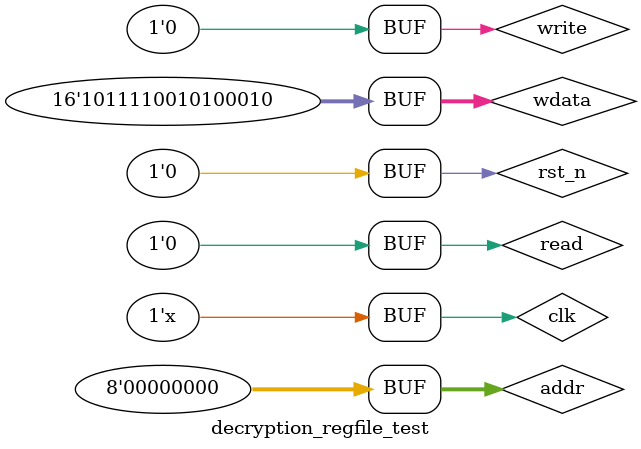
<source format=v>
`timescale 1ns / 1ps


module decryption_regfile_test;

	// Inputs
	reg clk;
	reg rst_n;
	reg [7:0] addr;
	reg read;
	reg write;
	reg [15:0] wdata;

	// Outputs
	wire [15:0] rdata;
	wire done;
	wire error;
	wire [15:0] select;
	wire [15:0] caesar_key;
	wire [15:0] scytale_key;
	wire [15:0] zigzag_key;

	// Instantiate the Unit Under Test (UUT)
	decryption_regfile uut (
		.clk(clk), 
		.rst_n(rst_n), 
		.addr(addr), 
		.read(read), 
		.write(write), 
		.wdata(wdata), 
		.rdata(rdata), 
		.done(done), 
		.error(error), 
		.select(select), 
		.caesar_key(caesar_key), 
		.scytale_key(scytale_key), 
		.zigzag_key(zigzag_key)
	);

	always #10 clk = ~clk;
	initial begin
		// Initialize Inputs
		clk = 1;
		rst_n = 1;
		addr = 0;
		read = 0;
		write = 0;
		wdata = 0;

		// Wait 100 ns for global reset to finish
		#20;
        
		// Add stimulus here
 /*  	addr = 8'h00;
		wdata = 16'h00_02;
		write = 1;
		#20;
		write = 0;
		addr = 0;   
		wdata = 0;
*/
		rst_n = 0;
		addr = 8'h10;
		wdata = 16'hbca2;
		read = 0;
		write = 1;
		#20;
		read = 0;
		write = 0;
		addr = 0;
		
		
	end
      
endmodule

</source>
